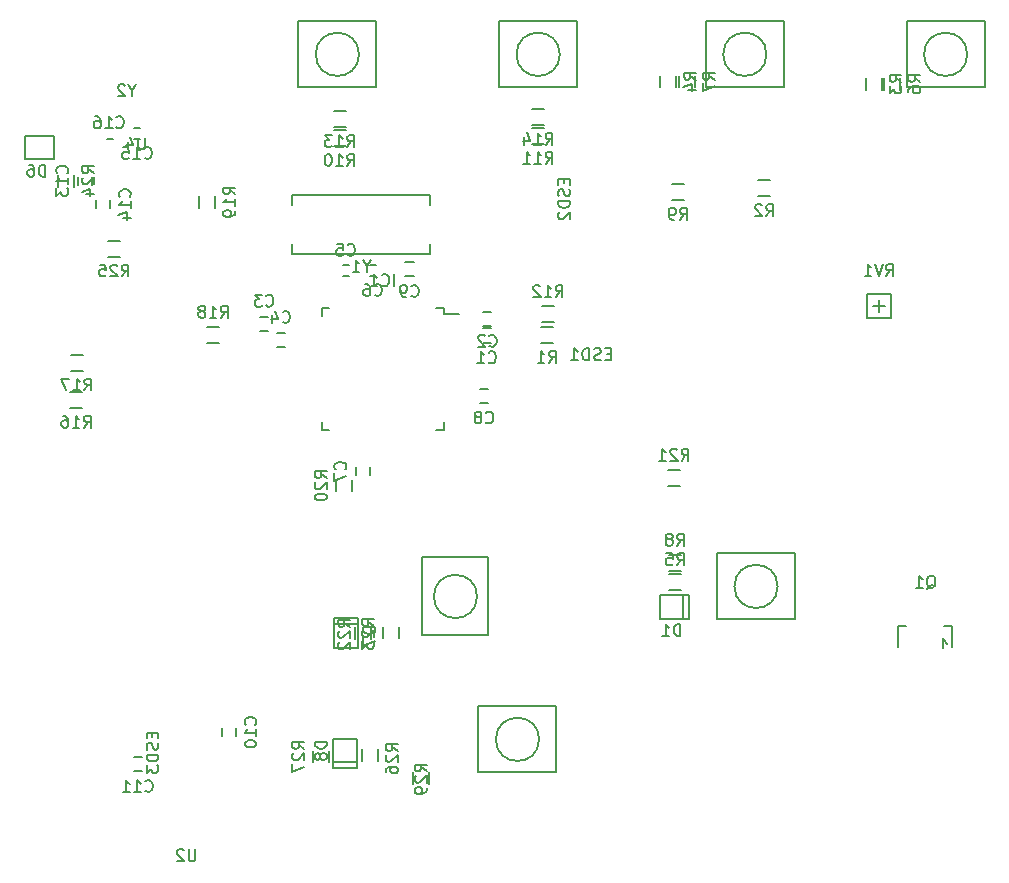
<source format=gbo>
G04 #@! TF.FileFunction,Legend,Bot*
%FSLAX46Y46*%
G04 Gerber Fmt 4.6, Leading zero omitted, Abs format (unit mm)*
G04 Created by KiCad (PCBNEW 4.0.4+dfsg1-stable) date Sat Feb  4 21:27:44 2017*
%MOMM*%
%LPD*%
G01*
G04 APERTURE LIST*
%ADD10C,0.100000*%
%ADD11C,0.150000*%
G04 APERTURE END LIST*
D10*
D11*
X44011900Y47555100D02*
X44011900Y46980100D01*
X33661900Y47555100D02*
X33661900Y46880100D01*
X33661900Y37205100D02*
X33661900Y37880100D01*
X44011900Y37205100D02*
X44011900Y37880100D01*
X44011900Y47555100D02*
X43336900Y47555100D01*
X44011900Y37205100D02*
X43336900Y37205100D01*
X33661900Y37205100D02*
X34336900Y37205100D01*
X33661900Y47555100D02*
X34336900Y47555100D01*
X44011900Y46980100D02*
X45286900Y46980100D01*
X47300000Y44600000D02*
X48000000Y44600000D01*
X48000000Y45800000D02*
X47300000Y45800000D01*
X47350000Y46000000D02*
X48050000Y46000000D01*
X48050000Y47200000D02*
X47350000Y47200000D01*
X29150000Y46800000D02*
X28450000Y46800000D01*
X28450000Y45600000D02*
X29150000Y45600000D01*
X30550000Y45400000D02*
X29850000Y45400000D01*
X29850000Y44200000D02*
X30550000Y44200000D01*
X35450000Y51175000D02*
X35950000Y51175000D01*
X35950000Y50225000D02*
X35450000Y50225000D01*
X38250000Y50225000D02*
X37750000Y50225000D01*
X37750000Y51175000D02*
X38250000Y51175000D01*
X36600000Y34050000D02*
X36600000Y33350000D01*
X37800000Y33350000D02*
X37800000Y34050000D01*
X47050000Y39500000D02*
X47750000Y39500000D01*
X47750000Y40700000D02*
X47050000Y40700000D01*
X40750000Y50200000D02*
X41450000Y50200000D01*
X41450000Y51400000D02*
X40750000Y51400000D01*
X17750000Y8300000D02*
X18450000Y8300000D01*
X18450000Y9500000D02*
X17750000Y9500000D01*
X13050000Y58650000D02*
X13050000Y57950000D01*
X14250000Y57950000D02*
X14250000Y58650000D01*
X15750000Y55950000D02*
X15750000Y56650000D01*
X14550000Y56650000D02*
X14550000Y55950000D01*
X18300000Y61825000D02*
X17800000Y61825000D01*
X17800000Y62775000D02*
X18300000Y62775000D01*
X15500000Y62775000D02*
X16000000Y62775000D01*
X16000000Y61825000D02*
X15500000Y61825000D01*
X11050000Y62100000D02*
X11050000Y60100000D01*
X11050000Y60100000D02*
X8550000Y60100000D01*
X8550000Y60100000D02*
X8550000Y62100000D01*
X8550000Y62100000D02*
X11050000Y62100000D01*
X86649920Y19099340D02*
X86401000Y19399060D01*
X86401000Y19399060D02*
X86299400Y19548920D01*
X86299400Y19548920D02*
X86299400Y18700560D01*
X87000440Y20600480D02*
X87000440Y18799620D01*
X87000440Y20600480D02*
X86350200Y20600480D01*
X82499560Y20600480D02*
X82499560Y18799620D01*
X82499560Y20600480D02*
X83149800Y20600480D01*
X53250000Y45925000D02*
X52250000Y45925000D01*
X52250000Y44575000D02*
X53250000Y44575000D01*
X71650000Y58325000D02*
X70650000Y58325000D01*
X70650000Y56975000D02*
X71650000Y56975000D01*
X79725000Y67000000D02*
X79725000Y66000000D01*
X81075000Y66000000D02*
X81075000Y67000000D01*
X62325000Y67200000D02*
X62325000Y66200000D01*
X63675000Y66200000D02*
X63675000Y67200000D01*
X63100000Y23625000D02*
X64100000Y23625000D01*
X64100000Y24975000D02*
X63100000Y24975000D01*
X81325000Y67000000D02*
X81325000Y66000000D01*
X82675000Y66000000D02*
X82675000Y67000000D01*
X63925000Y67200000D02*
X63925000Y66200000D01*
X65275000Y66200000D02*
X65275000Y67200000D01*
X63100000Y25275000D02*
X64100000Y25275000D01*
X64100000Y26625000D02*
X63100000Y26625000D01*
X64350000Y58025000D02*
X63350000Y58025000D01*
X63350000Y56675000D02*
X64350000Y56675000D01*
X35700000Y62575000D02*
X34700000Y62575000D01*
X34700000Y61225000D02*
X35700000Y61225000D01*
X52500000Y62775000D02*
X51500000Y62775000D01*
X51500000Y61425000D02*
X52500000Y61425000D01*
X52350000Y46325000D02*
X53350000Y46325000D01*
X53350000Y47675000D02*
X52350000Y47675000D01*
X35700000Y64175000D02*
X34700000Y64175000D01*
X34700000Y62825000D02*
X35700000Y62825000D01*
X52500000Y64375000D02*
X51500000Y64375000D01*
X51500000Y63025000D02*
X52500000Y63025000D01*
X13400000Y40425000D02*
X12400000Y40425000D01*
X12400000Y39075000D02*
X13400000Y39075000D01*
X13450000Y43575000D02*
X12450000Y43575000D01*
X12450000Y42225000D02*
X13450000Y42225000D01*
X24000000Y44575000D02*
X25000000Y44575000D01*
X25000000Y45925000D02*
X24000000Y45925000D01*
X23325000Y57000000D02*
X23325000Y56000000D01*
X24675000Y56000000D02*
X24675000Y57000000D01*
X36225000Y32000000D02*
X36225000Y33000000D01*
X34875000Y33000000D02*
X34875000Y32000000D01*
X63000000Y32475000D02*
X64000000Y32475000D01*
X64000000Y33825000D02*
X63000000Y33825000D01*
X37875000Y19500000D02*
X37875000Y20500000D01*
X36525000Y20500000D02*
X36525000Y19500000D01*
X40225000Y19550000D02*
X40225000Y20550000D01*
X38875000Y20550000D02*
X38875000Y19550000D01*
X11375000Y58800000D02*
X11375000Y57800000D01*
X12725000Y57800000D02*
X12725000Y58800000D01*
X16600000Y53225000D02*
X15600000Y53225000D01*
X15600000Y51875000D02*
X16600000Y51875000D01*
X37075000Y10150000D02*
X37075000Y9150000D01*
X38425000Y9150000D02*
X38425000Y10150000D01*
X34325000Y9050000D02*
X34325000Y10050000D01*
X32975000Y10050000D02*
X32975000Y9050000D01*
X80350000Y47700000D02*
X81350000Y47700000D01*
X80850000Y47200000D02*
X80850000Y48200000D01*
X79850000Y46700000D02*
X79850000Y48700000D01*
X79850000Y48700000D02*
X81850000Y48700000D01*
X81850000Y48700000D02*
X81850000Y46700000D01*
X81850000Y46700000D02*
X79850000Y46700000D01*
X88331620Y69000000D02*
G75*
G03X88331620Y69000000I-1831620J0D01*
G01*
X89802000Y66206000D02*
X89802000Y71794000D01*
X89802000Y71794000D02*
X83198000Y71794000D01*
X83198000Y71794000D02*
X83198000Y66206000D01*
X83198000Y66206000D02*
X89802000Y66206000D01*
X71331620Y69000000D02*
G75*
G03X71331620Y69000000I-1831620J0D01*
G01*
X72802000Y66206000D02*
X72802000Y71794000D01*
X72802000Y71794000D02*
X66198000Y71794000D01*
X66198000Y71794000D02*
X66198000Y66206000D01*
X66198000Y66206000D02*
X72802000Y66206000D01*
X72281620Y23950000D02*
G75*
G03X72281620Y23950000I-1831620J0D01*
G01*
X67148000Y26744000D02*
X67148000Y21156000D01*
X67148000Y21156000D02*
X73752000Y21156000D01*
X73752000Y21156000D02*
X73752000Y26744000D01*
X73752000Y26744000D02*
X67148000Y26744000D01*
X36831620Y69000000D02*
G75*
G03X36831620Y69000000I-1831620J0D01*
G01*
X38302000Y66206000D02*
X38302000Y71794000D01*
X38302000Y71794000D02*
X31698000Y71794000D01*
X31698000Y71794000D02*
X31698000Y66206000D01*
X31698000Y66206000D02*
X38302000Y66206000D01*
X53831620Y69000000D02*
G75*
G03X53831620Y69000000I-1831620J0D01*
G01*
X55302000Y66206000D02*
X55302000Y71794000D01*
X55302000Y71794000D02*
X48698000Y71794000D01*
X48698000Y71794000D02*
X48698000Y66206000D01*
X48698000Y66206000D02*
X55302000Y66206000D01*
X46831620Y23100000D02*
G75*
G03X46831620Y23100000I-1831620J0D01*
G01*
X42206000Y19798000D02*
X47794000Y19798000D01*
X47794000Y19798000D02*
X47794000Y26402000D01*
X47794000Y26402000D02*
X42206000Y26402000D01*
X42206000Y26402000D02*
X42206000Y19798000D01*
X52081620Y11000000D02*
G75*
G03X52081620Y11000000I-1831620J0D01*
G01*
X53552000Y8206000D02*
X53552000Y13794000D01*
X53552000Y13794000D02*
X46948000Y13794000D01*
X46948000Y13794000D02*
X46948000Y8206000D01*
X46948000Y8206000D02*
X53552000Y8206000D01*
X31150380Y57099360D02*
X42849620Y57099360D01*
X42849620Y52100640D02*
X31150380Y52100640D01*
X42849620Y57099360D02*
X42849620Y56251000D01*
X42849620Y52100640D02*
X42849620Y52949000D01*
X31150380Y57099360D02*
X31150380Y56251000D01*
X31150380Y52100640D02*
X31150380Y52949000D01*
X26400000Y11250000D02*
X26400000Y11950000D01*
X25200000Y11950000D02*
X25200000Y11250000D01*
X64300000Y23200000D02*
X64300000Y21200000D01*
X64800000Y23200000D02*
X64800000Y21200000D01*
X64800000Y21200000D02*
X62300000Y21200000D01*
X62300000Y21200000D02*
X62300000Y23200000D01*
X62300000Y23200000D02*
X64800000Y23200000D01*
X34750000Y20750000D02*
X36750000Y20750000D01*
X34750000Y21250000D02*
X36750000Y21250000D01*
X36750000Y21250000D02*
X36750000Y18750000D01*
X36750000Y18750000D02*
X34750000Y18750000D01*
X34750000Y18750000D02*
X34750000Y21250000D01*
X36650000Y9050000D02*
X34650000Y9050000D01*
X36650000Y8550000D02*
X34650000Y8550000D01*
X34650000Y8550000D02*
X34650000Y11050000D01*
X34650000Y11050000D02*
X36650000Y11050000D01*
X36650000Y11050000D02*
X36650000Y8550000D01*
X42775000Y7250000D02*
X42775000Y8250000D01*
X41425000Y8250000D02*
X41425000Y7250000D01*
X39813090Y49377719D02*
X39813090Y50377719D01*
X38765471Y49472957D02*
X38813090Y49425338D01*
X38955947Y49377719D01*
X39051185Y49377719D01*
X39194043Y49425338D01*
X39289281Y49520576D01*
X39336900Y49615814D01*
X39384519Y49806290D01*
X39384519Y49949148D01*
X39336900Y50139624D01*
X39289281Y50234862D01*
X39194043Y50330100D01*
X39051185Y50377719D01*
X38955947Y50377719D01*
X38813090Y50330100D01*
X38765471Y50282481D01*
X37813090Y49377719D02*
X38384519Y49377719D01*
X38098805Y49377719D02*
X38098805Y50377719D01*
X38194043Y50234862D01*
X38289281Y50139624D01*
X38384519Y50092005D01*
X47816666Y42942857D02*
X47864285Y42895238D01*
X48007142Y42847619D01*
X48102380Y42847619D01*
X48245238Y42895238D01*
X48340476Y42990476D01*
X48388095Y43085714D01*
X48435714Y43276190D01*
X48435714Y43419048D01*
X48388095Y43609524D01*
X48340476Y43704762D01*
X48245238Y43800000D01*
X48102380Y43847619D01*
X48007142Y43847619D01*
X47864285Y43800000D01*
X47816666Y43752381D01*
X46864285Y42847619D02*
X47435714Y42847619D01*
X47150000Y42847619D02*
X47150000Y43847619D01*
X47245238Y43704762D01*
X47340476Y43609524D01*
X47435714Y43561905D01*
X47866666Y44342857D02*
X47914285Y44295238D01*
X48057142Y44247619D01*
X48152380Y44247619D01*
X48295238Y44295238D01*
X48390476Y44390476D01*
X48438095Y44485714D01*
X48485714Y44676190D01*
X48485714Y44819048D01*
X48438095Y45009524D01*
X48390476Y45104762D01*
X48295238Y45200000D01*
X48152380Y45247619D01*
X48057142Y45247619D01*
X47914285Y45200000D01*
X47866666Y45152381D01*
X47485714Y45152381D02*
X47438095Y45200000D01*
X47342857Y45247619D01*
X47104761Y45247619D01*
X47009523Y45200000D01*
X46961904Y45152381D01*
X46914285Y45057143D01*
X46914285Y44961905D01*
X46961904Y44819048D01*
X47533333Y44247619D01*
X46914285Y44247619D01*
X28966666Y47742857D02*
X29014285Y47695238D01*
X29157142Y47647619D01*
X29252380Y47647619D01*
X29395238Y47695238D01*
X29490476Y47790476D01*
X29538095Y47885714D01*
X29585714Y48076190D01*
X29585714Y48219048D01*
X29538095Y48409524D01*
X29490476Y48504762D01*
X29395238Y48600000D01*
X29252380Y48647619D01*
X29157142Y48647619D01*
X29014285Y48600000D01*
X28966666Y48552381D01*
X28633333Y48647619D02*
X28014285Y48647619D01*
X28347619Y48266667D01*
X28204761Y48266667D01*
X28109523Y48219048D01*
X28061904Y48171429D01*
X28014285Y48076190D01*
X28014285Y47838095D01*
X28061904Y47742857D01*
X28109523Y47695238D01*
X28204761Y47647619D01*
X28490476Y47647619D01*
X28585714Y47695238D01*
X28633333Y47742857D01*
X30366666Y46342857D02*
X30414285Y46295238D01*
X30557142Y46247619D01*
X30652380Y46247619D01*
X30795238Y46295238D01*
X30890476Y46390476D01*
X30938095Y46485714D01*
X30985714Y46676190D01*
X30985714Y46819048D01*
X30938095Y47009524D01*
X30890476Y47104762D01*
X30795238Y47200000D01*
X30652380Y47247619D01*
X30557142Y47247619D01*
X30414285Y47200000D01*
X30366666Y47152381D01*
X29509523Y46914286D02*
X29509523Y46247619D01*
X29747619Y47295238D02*
X29985714Y46580952D01*
X29366666Y46580952D01*
X35866666Y52042857D02*
X35914285Y51995238D01*
X36057142Y51947619D01*
X36152380Y51947619D01*
X36295238Y51995238D01*
X36390476Y52090476D01*
X36438095Y52185714D01*
X36485714Y52376190D01*
X36485714Y52519048D01*
X36438095Y52709524D01*
X36390476Y52804762D01*
X36295238Y52900000D01*
X36152380Y52947619D01*
X36057142Y52947619D01*
X35914285Y52900000D01*
X35866666Y52852381D01*
X34961904Y52947619D02*
X35438095Y52947619D01*
X35485714Y52471429D01*
X35438095Y52519048D01*
X35342857Y52566667D01*
X35104761Y52566667D01*
X35009523Y52519048D01*
X34961904Y52471429D01*
X34914285Y52376190D01*
X34914285Y52138095D01*
X34961904Y52042857D01*
X35009523Y51995238D01*
X35104761Y51947619D01*
X35342857Y51947619D01*
X35438095Y51995238D01*
X35485714Y52042857D01*
X38166666Y48642857D02*
X38214285Y48595238D01*
X38357142Y48547619D01*
X38452380Y48547619D01*
X38595238Y48595238D01*
X38690476Y48690476D01*
X38738095Y48785714D01*
X38785714Y48976190D01*
X38785714Y49119048D01*
X38738095Y49309524D01*
X38690476Y49404762D01*
X38595238Y49500000D01*
X38452380Y49547619D01*
X38357142Y49547619D01*
X38214285Y49500000D01*
X38166666Y49452381D01*
X37309523Y49547619D02*
X37500000Y49547619D01*
X37595238Y49500000D01*
X37642857Y49452381D01*
X37738095Y49309524D01*
X37785714Y49119048D01*
X37785714Y48738095D01*
X37738095Y48642857D01*
X37690476Y48595238D01*
X37595238Y48547619D01*
X37404761Y48547619D01*
X37309523Y48595238D01*
X37261904Y48642857D01*
X37214285Y48738095D01*
X37214285Y48976190D01*
X37261904Y49071429D01*
X37309523Y49119048D01*
X37404761Y49166667D01*
X37595238Y49166667D01*
X37690476Y49119048D01*
X37738095Y49071429D01*
X37785714Y48976190D01*
X35657143Y33866666D02*
X35704762Y33914285D01*
X35752381Y34057142D01*
X35752381Y34152380D01*
X35704762Y34295238D01*
X35609524Y34390476D01*
X35514286Y34438095D01*
X35323810Y34485714D01*
X35180952Y34485714D01*
X34990476Y34438095D01*
X34895238Y34390476D01*
X34800000Y34295238D01*
X34752381Y34152380D01*
X34752381Y34057142D01*
X34800000Y33914285D01*
X34847619Y33866666D01*
X34752381Y33533333D02*
X34752381Y32866666D01*
X35752381Y33295238D01*
X47566666Y37842857D02*
X47614285Y37795238D01*
X47757142Y37747619D01*
X47852380Y37747619D01*
X47995238Y37795238D01*
X48090476Y37890476D01*
X48138095Y37985714D01*
X48185714Y38176190D01*
X48185714Y38319048D01*
X48138095Y38509524D01*
X48090476Y38604762D01*
X47995238Y38700000D01*
X47852380Y38747619D01*
X47757142Y38747619D01*
X47614285Y38700000D01*
X47566666Y38652381D01*
X46995238Y38319048D02*
X47090476Y38366667D01*
X47138095Y38414286D01*
X47185714Y38509524D01*
X47185714Y38557143D01*
X47138095Y38652381D01*
X47090476Y38700000D01*
X46995238Y38747619D01*
X46804761Y38747619D01*
X46709523Y38700000D01*
X46661904Y38652381D01*
X46614285Y38557143D01*
X46614285Y38509524D01*
X46661904Y38414286D01*
X46709523Y38366667D01*
X46804761Y38319048D01*
X46995238Y38319048D01*
X47090476Y38271429D01*
X47138095Y38223810D01*
X47185714Y38128571D01*
X47185714Y37938095D01*
X47138095Y37842857D01*
X47090476Y37795238D01*
X46995238Y37747619D01*
X46804761Y37747619D01*
X46709523Y37795238D01*
X46661904Y37842857D01*
X46614285Y37938095D01*
X46614285Y38128571D01*
X46661904Y38223810D01*
X46709523Y38271429D01*
X46804761Y38319048D01*
X41266666Y48542857D02*
X41314285Y48495238D01*
X41457142Y48447619D01*
X41552380Y48447619D01*
X41695238Y48495238D01*
X41790476Y48590476D01*
X41838095Y48685714D01*
X41885714Y48876190D01*
X41885714Y49019048D01*
X41838095Y49209524D01*
X41790476Y49304762D01*
X41695238Y49400000D01*
X41552380Y49447619D01*
X41457142Y49447619D01*
X41314285Y49400000D01*
X41266666Y49352381D01*
X40790476Y48447619D02*
X40600000Y48447619D01*
X40504761Y48495238D01*
X40457142Y48542857D01*
X40361904Y48685714D01*
X40314285Y48876190D01*
X40314285Y49257143D01*
X40361904Y49352381D01*
X40409523Y49400000D01*
X40504761Y49447619D01*
X40695238Y49447619D01*
X40790476Y49400000D01*
X40838095Y49352381D01*
X40885714Y49257143D01*
X40885714Y49019048D01*
X40838095Y48923810D01*
X40790476Y48876190D01*
X40695238Y48828571D01*
X40504761Y48828571D01*
X40409523Y48876190D01*
X40361904Y48923810D01*
X40314285Y49019048D01*
X18742857Y6642857D02*
X18790476Y6595238D01*
X18933333Y6547619D01*
X19028571Y6547619D01*
X19171429Y6595238D01*
X19266667Y6690476D01*
X19314286Y6785714D01*
X19361905Y6976190D01*
X19361905Y7119048D01*
X19314286Y7309524D01*
X19266667Y7404762D01*
X19171429Y7500000D01*
X19028571Y7547619D01*
X18933333Y7547619D01*
X18790476Y7500000D01*
X18742857Y7452381D01*
X17790476Y6547619D02*
X18361905Y6547619D01*
X18076191Y6547619D02*
X18076191Y7547619D01*
X18171429Y7404762D01*
X18266667Y7309524D01*
X18361905Y7261905D01*
X16838095Y6547619D02*
X17409524Y6547619D01*
X17123810Y6547619D02*
X17123810Y7547619D01*
X17219048Y7404762D01*
X17314286Y7309524D01*
X17409524Y7261905D01*
X12107143Y58942857D02*
X12154762Y58990476D01*
X12202381Y59133333D01*
X12202381Y59228571D01*
X12154762Y59371429D01*
X12059524Y59466667D01*
X11964286Y59514286D01*
X11773810Y59561905D01*
X11630952Y59561905D01*
X11440476Y59514286D01*
X11345238Y59466667D01*
X11250000Y59371429D01*
X11202381Y59228571D01*
X11202381Y59133333D01*
X11250000Y58990476D01*
X11297619Y58942857D01*
X12202381Y57990476D02*
X12202381Y58561905D01*
X12202381Y58276191D02*
X11202381Y58276191D01*
X11345238Y58371429D01*
X11440476Y58466667D01*
X11488095Y58561905D01*
X11202381Y57657143D02*
X11202381Y57038095D01*
X11583333Y57371429D01*
X11583333Y57228571D01*
X11630952Y57133333D01*
X11678571Y57085714D01*
X11773810Y57038095D01*
X12011905Y57038095D01*
X12107143Y57085714D01*
X12154762Y57133333D01*
X12202381Y57228571D01*
X12202381Y57514286D01*
X12154762Y57609524D01*
X12107143Y57657143D01*
X17407143Y56942857D02*
X17454762Y56990476D01*
X17502381Y57133333D01*
X17502381Y57228571D01*
X17454762Y57371429D01*
X17359524Y57466667D01*
X17264286Y57514286D01*
X17073810Y57561905D01*
X16930952Y57561905D01*
X16740476Y57514286D01*
X16645238Y57466667D01*
X16550000Y57371429D01*
X16502381Y57228571D01*
X16502381Y57133333D01*
X16550000Y56990476D01*
X16597619Y56942857D01*
X17502381Y55990476D02*
X17502381Y56561905D01*
X17502381Y56276191D02*
X16502381Y56276191D01*
X16645238Y56371429D01*
X16740476Y56466667D01*
X16788095Y56561905D01*
X16835714Y55133333D02*
X17502381Y55133333D01*
X16454762Y55371429D02*
X17169048Y55609524D01*
X17169048Y54990476D01*
X18692857Y60242857D02*
X18740476Y60195238D01*
X18883333Y60147619D01*
X18978571Y60147619D01*
X19121429Y60195238D01*
X19216667Y60290476D01*
X19264286Y60385714D01*
X19311905Y60576190D01*
X19311905Y60719048D01*
X19264286Y60909524D01*
X19216667Y61004762D01*
X19121429Y61100000D01*
X18978571Y61147619D01*
X18883333Y61147619D01*
X18740476Y61100000D01*
X18692857Y61052381D01*
X17740476Y60147619D02*
X18311905Y60147619D01*
X18026191Y60147619D02*
X18026191Y61147619D01*
X18121429Y61004762D01*
X18216667Y60909524D01*
X18311905Y60861905D01*
X16835714Y61147619D02*
X17311905Y61147619D01*
X17359524Y60671429D01*
X17311905Y60719048D01*
X17216667Y60766667D01*
X16978571Y60766667D01*
X16883333Y60719048D01*
X16835714Y60671429D01*
X16788095Y60576190D01*
X16788095Y60338095D01*
X16835714Y60242857D01*
X16883333Y60195238D01*
X16978571Y60147619D01*
X17216667Y60147619D01*
X17311905Y60195238D01*
X17359524Y60242857D01*
X16292857Y62842857D02*
X16340476Y62795238D01*
X16483333Y62747619D01*
X16578571Y62747619D01*
X16721429Y62795238D01*
X16816667Y62890476D01*
X16864286Y62985714D01*
X16911905Y63176190D01*
X16911905Y63319048D01*
X16864286Y63509524D01*
X16816667Y63604762D01*
X16721429Y63700000D01*
X16578571Y63747619D01*
X16483333Y63747619D01*
X16340476Y63700000D01*
X16292857Y63652381D01*
X15340476Y62747619D02*
X15911905Y62747619D01*
X15626191Y62747619D02*
X15626191Y63747619D01*
X15721429Y63604762D01*
X15816667Y63509524D01*
X15911905Y63461905D01*
X14483333Y63747619D02*
X14673810Y63747619D01*
X14769048Y63700000D01*
X14816667Y63652381D01*
X14911905Y63509524D01*
X14959524Y63319048D01*
X14959524Y62938095D01*
X14911905Y62842857D01*
X14864286Y62795238D01*
X14769048Y62747619D01*
X14578571Y62747619D01*
X14483333Y62795238D01*
X14435714Y62842857D01*
X14388095Y62938095D01*
X14388095Y63176190D01*
X14435714Y63271429D01*
X14483333Y63319048D01*
X14578571Y63366667D01*
X14769048Y63366667D01*
X14864286Y63319048D01*
X14911905Y63271429D01*
X14959524Y63176190D01*
X10288095Y58647619D02*
X10288095Y59647619D01*
X10050000Y59647619D01*
X9907142Y59600000D01*
X9811904Y59504762D01*
X9764285Y59409524D01*
X9716666Y59219048D01*
X9716666Y59076190D01*
X9764285Y58885714D01*
X9811904Y58790476D01*
X9907142Y58695238D01*
X10050000Y58647619D01*
X10288095Y58647619D01*
X8859523Y59647619D02*
X9050000Y59647619D01*
X9145238Y59600000D01*
X9192857Y59552381D01*
X9288095Y59409524D01*
X9335714Y59219048D01*
X9335714Y58838095D01*
X9288095Y58742857D01*
X9240476Y58695238D01*
X9145238Y58647619D01*
X8954761Y58647619D01*
X8859523Y58695238D01*
X8811904Y58742857D01*
X8764285Y58838095D01*
X8764285Y59076190D01*
X8811904Y59171429D01*
X8859523Y59219048D01*
X8954761Y59266667D01*
X9145238Y59266667D01*
X9240476Y59219048D01*
X9288095Y59171429D01*
X9335714Y59076190D01*
X58166667Y43621429D02*
X57833333Y43621429D01*
X57690476Y43097619D02*
X58166667Y43097619D01*
X58166667Y44097619D01*
X57690476Y44097619D01*
X57309524Y43145238D02*
X57166667Y43097619D01*
X56928571Y43097619D01*
X56833333Y43145238D01*
X56785714Y43192857D01*
X56738095Y43288095D01*
X56738095Y43383333D01*
X56785714Y43478571D01*
X56833333Y43526190D01*
X56928571Y43573810D01*
X57119048Y43621429D01*
X57214286Y43669048D01*
X57261905Y43716667D01*
X57309524Y43811905D01*
X57309524Y43907143D01*
X57261905Y44002381D01*
X57214286Y44050000D01*
X57119048Y44097619D01*
X56880952Y44097619D01*
X56738095Y44050000D01*
X56309524Y43097619D02*
X56309524Y44097619D01*
X56071429Y44097619D01*
X55928571Y44050000D01*
X55833333Y43954762D01*
X55785714Y43859524D01*
X55738095Y43669048D01*
X55738095Y43526190D01*
X55785714Y43335714D01*
X55833333Y43240476D01*
X55928571Y43145238D01*
X56071429Y43097619D01*
X56309524Y43097619D01*
X54785714Y43097619D02*
X55357143Y43097619D01*
X55071429Y43097619D02*
X55071429Y44097619D01*
X55166667Y43954762D01*
X55261905Y43859524D01*
X55357143Y43811905D01*
X54178571Y58416667D02*
X54178571Y58083333D01*
X54702381Y57940476D02*
X54702381Y58416667D01*
X53702381Y58416667D01*
X53702381Y57940476D01*
X54654762Y57559524D02*
X54702381Y57416667D01*
X54702381Y57178571D01*
X54654762Y57083333D01*
X54607143Y57035714D01*
X54511905Y56988095D01*
X54416667Y56988095D01*
X54321429Y57035714D01*
X54273810Y57083333D01*
X54226190Y57178571D01*
X54178571Y57369048D01*
X54130952Y57464286D01*
X54083333Y57511905D01*
X53988095Y57559524D01*
X53892857Y57559524D01*
X53797619Y57511905D01*
X53750000Y57464286D01*
X53702381Y57369048D01*
X53702381Y57130952D01*
X53750000Y56988095D01*
X54702381Y56559524D02*
X53702381Y56559524D01*
X53702381Y56321429D01*
X53750000Y56178571D01*
X53845238Y56083333D01*
X53940476Y56035714D01*
X54130952Y55988095D01*
X54273810Y55988095D01*
X54464286Y56035714D01*
X54559524Y56083333D01*
X54654762Y56178571D01*
X54702381Y56321429D01*
X54702381Y56559524D01*
X53797619Y55607143D02*
X53750000Y55559524D01*
X53702381Y55464286D01*
X53702381Y55226190D01*
X53750000Y55130952D01*
X53797619Y55083333D01*
X53892857Y55035714D01*
X53988095Y55035714D01*
X54130952Y55083333D01*
X54702381Y55654762D01*
X54702381Y55035714D01*
X19328571Y11566667D02*
X19328571Y11233333D01*
X19852381Y11090476D02*
X19852381Y11566667D01*
X18852381Y11566667D01*
X18852381Y11090476D01*
X19804762Y10709524D02*
X19852381Y10566667D01*
X19852381Y10328571D01*
X19804762Y10233333D01*
X19757143Y10185714D01*
X19661905Y10138095D01*
X19566667Y10138095D01*
X19471429Y10185714D01*
X19423810Y10233333D01*
X19376190Y10328571D01*
X19328571Y10519048D01*
X19280952Y10614286D01*
X19233333Y10661905D01*
X19138095Y10709524D01*
X19042857Y10709524D01*
X18947619Y10661905D01*
X18900000Y10614286D01*
X18852381Y10519048D01*
X18852381Y10280952D01*
X18900000Y10138095D01*
X19852381Y9709524D02*
X18852381Y9709524D01*
X18852381Y9471429D01*
X18900000Y9328571D01*
X18995238Y9233333D01*
X19090476Y9185714D01*
X19280952Y9138095D01*
X19423810Y9138095D01*
X19614286Y9185714D01*
X19709524Y9233333D01*
X19804762Y9328571D01*
X19852381Y9471429D01*
X19852381Y9709524D01*
X18852381Y8804762D02*
X18852381Y8185714D01*
X19233333Y8519048D01*
X19233333Y8376190D01*
X19280952Y8280952D01*
X19328571Y8233333D01*
X19423810Y8185714D01*
X19661905Y8185714D01*
X19757143Y8233333D01*
X19804762Y8280952D01*
X19852381Y8376190D01*
X19852381Y8661905D01*
X19804762Y8757143D01*
X19757143Y8804762D01*
X84896038Y23753641D02*
X84991276Y23801260D01*
X85086514Y23896498D01*
X85229371Y24039355D01*
X85324610Y24086974D01*
X85419848Y24086974D01*
X85372229Y23848879D02*
X85467467Y23896498D01*
X85562705Y23991736D01*
X85610324Y24182212D01*
X85610324Y24515546D01*
X85562705Y24706022D01*
X85467467Y24801260D01*
X85372229Y24848879D01*
X85181752Y24848879D01*
X85086514Y24801260D01*
X84991276Y24706022D01*
X84943657Y24515546D01*
X84943657Y24182212D01*
X84991276Y23991736D01*
X85086514Y23896498D01*
X85181752Y23848879D01*
X85372229Y23848879D01*
X83991276Y23848879D02*
X84562705Y23848879D01*
X84276991Y23848879D02*
X84276991Y24848879D01*
X84372229Y24706022D01*
X84467467Y24610784D01*
X84562705Y24563165D01*
X52916666Y42897619D02*
X53250000Y43373810D01*
X53488095Y42897619D02*
X53488095Y43897619D01*
X53107142Y43897619D01*
X53011904Y43850000D01*
X52964285Y43802381D01*
X52916666Y43707143D01*
X52916666Y43564286D01*
X52964285Y43469048D01*
X53011904Y43421429D01*
X53107142Y43373810D01*
X53488095Y43373810D01*
X51964285Y42897619D02*
X52535714Y42897619D01*
X52250000Y42897619D02*
X52250000Y43897619D01*
X52345238Y43754762D01*
X52440476Y43659524D01*
X52535714Y43611905D01*
X71316666Y55297619D02*
X71650000Y55773810D01*
X71888095Y55297619D02*
X71888095Y56297619D01*
X71507142Y56297619D01*
X71411904Y56250000D01*
X71364285Y56202381D01*
X71316666Y56107143D01*
X71316666Y55964286D01*
X71364285Y55869048D01*
X71411904Y55821429D01*
X71507142Y55773810D01*
X71888095Y55773810D01*
X70935714Y56202381D02*
X70888095Y56250000D01*
X70792857Y56297619D01*
X70554761Y56297619D01*
X70459523Y56250000D01*
X70411904Y56202381D01*
X70364285Y56107143D01*
X70364285Y56011905D01*
X70411904Y55869048D01*
X70983333Y55297619D01*
X70364285Y55297619D01*
X82752381Y66666666D02*
X82276190Y67000000D01*
X82752381Y67238095D02*
X81752381Y67238095D01*
X81752381Y66857142D01*
X81800000Y66761904D01*
X81847619Y66714285D01*
X81942857Y66666666D01*
X82085714Y66666666D01*
X82180952Y66714285D01*
X82228571Y66761904D01*
X82276190Y66857142D01*
X82276190Y67238095D01*
X81752381Y66333333D02*
X81752381Y65714285D01*
X82133333Y66047619D01*
X82133333Y65904761D01*
X82180952Y65809523D01*
X82228571Y65761904D01*
X82323810Y65714285D01*
X82561905Y65714285D01*
X82657143Y65761904D01*
X82704762Y65809523D01*
X82752381Y65904761D01*
X82752381Y66190476D01*
X82704762Y66285714D01*
X82657143Y66333333D01*
X65352381Y66866666D02*
X64876190Y67200000D01*
X65352381Y67438095D02*
X64352381Y67438095D01*
X64352381Y67057142D01*
X64400000Y66961904D01*
X64447619Y66914285D01*
X64542857Y66866666D01*
X64685714Y66866666D01*
X64780952Y66914285D01*
X64828571Y66961904D01*
X64876190Y67057142D01*
X64876190Y67438095D01*
X64685714Y66009523D02*
X65352381Y66009523D01*
X64304762Y66247619D02*
X65019048Y66485714D01*
X65019048Y65866666D01*
X63766666Y25747619D02*
X64100000Y26223810D01*
X64338095Y25747619D02*
X64338095Y26747619D01*
X63957142Y26747619D01*
X63861904Y26700000D01*
X63814285Y26652381D01*
X63766666Y26557143D01*
X63766666Y26414286D01*
X63814285Y26319048D01*
X63861904Y26271429D01*
X63957142Y26223810D01*
X64338095Y26223810D01*
X62861904Y26747619D02*
X63338095Y26747619D01*
X63385714Y26271429D01*
X63338095Y26319048D01*
X63242857Y26366667D01*
X63004761Y26366667D01*
X62909523Y26319048D01*
X62861904Y26271429D01*
X62814285Y26176190D01*
X62814285Y25938095D01*
X62861904Y25842857D01*
X62909523Y25795238D01*
X63004761Y25747619D01*
X63242857Y25747619D01*
X63338095Y25795238D01*
X63385714Y25842857D01*
X84352381Y66666666D02*
X83876190Y67000000D01*
X84352381Y67238095D02*
X83352381Y67238095D01*
X83352381Y66857142D01*
X83400000Y66761904D01*
X83447619Y66714285D01*
X83542857Y66666666D01*
X83685714Y66666666D01*
X83780952Y66714285D01*
X83828571Y66761904D01*
X83876190Y66857142D01*
X83876190Y67238095D01*
X83352381Y65809523D02*
X83352381Y66000000D01*
X83400000Y66095238D01*
X83447619Y66142857D01*
X83590476Y66238095D01*
X83780952Y66285714D01*
X84161905Y66285714D01*
X84257143Y66238095D01*
X84304762Y66190476D01*
X84352381Y66095238D01*
X84352381Y65904761D01*
X84304762Y65809523D01*
X84257143Y65761904D01*
X84161905Y65714285D01*
X83923810Y65714285D01*
X83828571Y65761904D01*
X83780952Y65809523D01*
X83733333Y65904761D01*
X83733333Y66095238D01*
X83780952Y66190476D01*
X83828571Y66238095D01*
X83923810Y66285714D01*
X66952381Y66866666D02*
X66476190Y67200000D01*
X66952381Y67438095D02*
X65952381Y67438095D01*
X65952381Y67057142D01*
X66000000Y66961904D01*
X66047619Y66914285D01*
X66142857Y66866666D01*
X66285714Y66866666D01*
X66380952Y66914285D01*
X66428571Y66961904D01*
X66476190Y67057142D01*
X66476190Y67438095D01*
X65952381Y66533333D02*
X65952381Y65866666D01*
X66952381Y66295238D01*
X63766666Y27397619D02*
X64100000Y27873810D01*
X64338095Y27397619D02*
X64338095Y28397619D01*
X63957142Y28397619D01*
X63861904Y28350000D01*
X63814285Y28302381D01*
X63766666Y28207143D01*
X63766666Y28064286D01*
X63814285Y27969048D01*
X63861904Y27921429D01*
X63957142Y27873810D01*
X64338095Y27873810D01*
X63195238Y27969048D02*
X63290476Y28016667D01*
X63338095Y28064286D01*
X63385714Y28159524D01*
X63385714Y28207143D01*
X63338095Y28302381D01*
X63290476Y28350000D01*
X63195238Y28397619D01*
X63004761Y28397619D01*
X62909523Y28350000D01*
X62861904Y28302381D01*
X62814285Y28207143D01*
X62814285Y28159524D01*
X62861904Y28064286D01*
X62909523Y28016667D01*
X63004761Y27969048D01*
X63195238Y27969048D01*
X63290476Y27921429D01*
X63338095Y27873810D01*
X63385714Y27778571D01*
X63385714Y27588095D01*
X63338095Y27492857D01*
X63290476Y27445238D01*
X63195238Y27397619D01*
X63004761Y27397619D01*
X62909523Y27445238D01*
X62861904Y27492857D01*
X62814285Y27588095D01*
X62814285Y27778571D01*
X62861904Y27873810D01*
X62909523Y27921429D01*
X63004761Y27969048D01*
X64016666Y54997619D02*
X64350000Y55473810D01*
X64588095Y54997619D02*
X64588095Y55997619D01*
X64207142Y55997619D01*
X64111904Y55950000D01*
X64064285Y55902381D01*
X64016666Y55807143D01*
X64016666Y55664286D01*
X64064285Y55569048D01*
X64111904Y55521429D01*
X64207142Y55473810D01*
X64588095Y55473810D01*
X63540476Y54997619D02*
X63350000Y54997619D01*
X63254761Y55045238D01*
X63207142Y55092857D01*
X63111904Y55235714D01*
X63064285Y55426190D01*
X63064285Y55807143D01*
X63111904Y55902381D01*
X63159523Y55950000D01*
X63254761Y55997619D01*
X63445238Y55997619D01*
X63540476Y55950000D01*
X63588095Y55902381D01*
X63635714Y55807143D01*
X63635714Y55569048D01*
X63588095Y55473810D01*
X63540476Y55426190D01*
X63445238Y55378571D01*
X63254761Y55378571D01*
X63159523Y55426190D01*
X63111904Y55473810D01*
X63064285Y55569048D01*
X35842857Y59547619D02*
X36176191Y60023810D01*
X36414286Y59547619D02*
X36414286Y60547619D01*
X36033333Y60547619D01*
X35938095Y60500000D01*
X35890476Y60452381D01*
X35842857Y60357143D01*
X35842857Y60214286D01*
X35890476Y60119048D01*
X35938095Y60071429D01*
X36033333Y60023810D01*
X36414286Y60023810D01*
X34890476Y59547619D02*
X35461905Y59547619D01*
X35176191Y59547619D02*
X35176191Y60547619D01*
X35271429Y60404762D01*
X35366667Y60309524D01*
X35461905Y60261905D01*
X34271429Y60547619D02*
X34176190Y60547619D01*
X34080952Y60500000D01*
X34033333Y60452381D01*
X33985714Y60357143D01*
X33938095Y60166667D01*
X33938095Y59928571D01*
X33985714Y59738095D01*
X34033333Y59642857D01*
X34080952Y59595238D01*
X34176190Y59547619D01*
X34271429Y59547619D01*
X34366667Y59595238D01*
X34414286Y59642857D01*
X34461905Y59738095D01*
X34509524Y59928571D01*
X34509524Y60166667D01*
X34461905Y60357143D01*
X34414286Y60452381D01*
X34366667Y60500000D01*
X34271429Y60547619D01*
X52642857Y59747619D02*
X52976191Y60223810D01*
X53214286Y59747619D02*
X53214286Y60747619D01*
X52833333Y60747619D01*
X52738095Y60700000D01*
X52690476Y60652381D01*
X52642857Y60557143D01*
X52642857Y60414286D01*
X52690476Y60319048D01*
X52738095Y60271429D01*
X52833333Y60223810D01*
X53214286Y60223810D01*
X51690476Y59747619D02*
X52261905Y59747619D01*
X51976191Y59747619D02*
X51976191Y60747619D01*
X52071429Y60604762D01*
X52166667Y60509524D01*
X52261905Y60461905D01*
X50738095Y59747619D02*
X51309524Y59747619D01*
X51023810Y59747619D02*
X51023810Y60747619D01*
X51119048Y60604762D01*
X51214286Y60509524D01*
X51309524Y60461905D01*
X53492857Y48447619D02*
X53826191Y48923810D01*
X54064286Y48447619D02*
X54064286Y49447619D01*
X53683333Y49447619D01*
X53588095Y49400000D01*
X53540476Y49352381D01*
X53492857Y49257143D01*
X53492857Y49114286D01*
X53540476Y49019048D01*
X53588095Y48971429D01*
X53683333Y48923810D01*
X54064286Y48923810D01*
X52540476Y48447619D02*
X53111905Y48447619D01*
X52826191Y48447619D02*
X52826191Y49447619D01*
X52921429Y49304762D01*
X53016667Y49209524D01*
X53111905Y49161905D01*
X52159524Y49352381D02*
X52111905Y49400000D01*
X52016667Y49447619D01*
X51778571Y49447619D01*
X51683333Y49400000D01*
X51635714Y49352381D01*
X51588095Y49257143D01*
X51588095Y49161905D01*
X51635714Y49019048D01*
X52207143Y48447619D01*
X51588095Y48447619D01*
X35842857Y61147619D02*
X36176191Y61623810D01*
X36414286Y61147619D02*
X36414286Y62147619D01*
X36033333Y62147619D01*
X35938095Y62100000D01*
X35890476Y62052381D01*
X35842857Y61957143D01*
X35842857Y61814286D01*
X35890476Y61719048D01*
X35938095Y61671429D01*
X36033333Y61623810D01*
X36414286Y61623810D01*
X34890476Y61147619D02*
X35461905Y61147619D01*
X35176191Y61147619D02*
X35176191Y62147619D01*
X35271429Y62004762D01*
X35366667Y61909524D01*
X35461905Y61861905D01*
X34557143Y62147619D02*
X33938095Y62147619D01*
X34271429Y61766667D01*
X34128571Y61766667D01*
X34033333Y61719048D01*
X33985714Y61671429D01*
X33938095Y61576190D01*
X33938095Y61338095D01*
X33985714Y61242857D01*
X34033333Y61195238D01*
X34128571Y61147619D01*
X34414286Y61147619D01*
X34509524Y61195238D01*
X34557143Y61242857D01*
X52642857Y61347619D02*
X52976191Y61823810D01*
X53214286Y61347619D02*
X53214286Y62347619D01*
X52833333Y62347619D01*
X52738095Y62300000D01*
X52690476Y62252381D01*
X52642857Y62157143D01*
X52642857Y62014286D01*
X52690476Y61919048D01*
X52738095Y61871429D01*
X52833333Y61823810D01*
X53214286Y61823810D01*
X51690476Y61347619D02*
X52261905Y61347619D01*
X51976191Y61347619D02*
X51976191Y62347619D01*
X52071429Y62204762D01*
X52166667Y62109524D01*
X52261905Y62061905D01*
X50833333Y62014286D02*
X50833333Y61347619D01*
X51071429Y62395238D02*
X51309524Y61680952D01*
X50690476Y61680952D01*
X13542857Y37397619D02*
X13876191Y37873810D01*
X14114286Y37397619D02*
X14114286Y38397619D01*
X13733333Y38397619D01*
X13638095Y38350000D01*
X13590476Y38302381D01*
X13542857Y38207143D01*
X13542857Y38064286D01*
X13590476Y37969048D01*
X13638095Y37921429D01*
X13733333Y37873810D01*
X14114286Y37873810D01*
X12590476Y37397619D02*
X13161905Y37397619D01*
X12876191Y37397619D02*
X12876191Y38397619D01*
X12971429Y38254762D01*
X13066667Y38159524D01*
X13161905Y38111905D01*
X11733333Y38397619D02*
X11923810Y38397619D01*
X12019048Y38350000D01*
X12066667Y38302381D01*
X12161905Y38159524D01*
X12209524Y37969048D01*
X12209524Y37588095D01*
X12161905Y37492857D01*
X12114286Y37445238D01*
X12019048Y37397619D01*
X11828571Y37397619D01*
X11733333Y37445238D01*
X11685714Y37492857D01*
X11638095Y37588095D01*
X11638095Y37826190D01*
X11685714Y37921429D01*
X11733333Y37969048D01*
X11828571Y38016667D01*
X12019048Y38016667D01*
X12114286Y37969048D01*
X12161905Y37921429D01*
X12209524Y37826190D01*
X13592857Y40547619D02*
X13926191Y41023810D01*
X14164286Y40547619D02*
X14164286Y41547619D01*
X13783333Y41547619D01*
X13688095Y41500000D01*
X13640476Y41452381D01*
X13592857Y41357143D01*
X13592857Y41214286D01*
X13640476Y41119048D01*
X13688095Y41071429D01*
X13783333Y41023810D01*
X14164286Y41023810D01*
X12640476Y40547619D02*
X13211905Y40547619D01*
X12926191Y40547619D02*
X12926191Y41547619D01*
X13021429Y41404762D01*
X13116667Y41309524D01*
X13211905Y41261905D01*
X12307143Y41547619D02*
X11640476Y41547619D01*
X12069048Y40547619D01*
X25142857Y46697619D02*
X25476191Y47173810D01*
X25714286Y46697619D02*
X25714286Y47697619D01*
X25333333Y47697619D01*
X25238095Y47650000D01*
X25190476Y47602381D01*
X25142857Y47507143D01*
X25142857Y47364286D01*
X25190476Y47269048D01*
X25238095Y47221429D01*
X25333333Y47173810D01*
X25714286Y47173810D01*
X24190476Y46697619D02*
X24761905Y46697619D01*
X24476191Y46697619D02*
X24476191Y47697619D01*
X24571429Y47554762D01*
X24666667Y47459524D01*
X24761905Y47411905D01*
X23619048Y47269048D02*
X23714286Y47316667D01*
X23761905Y47364286D01*
X23809524Y47459524D01*
X23809524Y47507143D01*
X23761905Y47602381D01*
X23714286Y47650000D01*
X23619048Y47697619D01*
X23428571Y47697619D01*
X23333333Y47650000D01*
X23285714Y47602381D01*
X23238095Y47507143D01*
X23238095Y47459524D01*
X23285714Y47364286D01*
X23333333Y47316667D01*
X23428571Y47269048D01*
X23619048Y47269048D01*
X23714286Y47221429D01*
X23761905Y47173810D01*
X23809524Y47078571D01*
X23809524Y46888095D01*
X23761905Y46792857D01*
X23714286Y46745238D01*
X23619048Y46697619D01*
X23428571Y46697619D01*
X23333333Y46745238D01*
X23285714Y46792857D01*
X23238095Y46888095D01*
X23238095Y47078571D01*
X23285714Y47173810D01*
X23333333Y47221429D01*
X23428571Y47269048D01*
X26352381Y57142857D02*
X25876190Y57476191D01*
X26352381Y57714286D02*
X25352381Y57714286D01*
X25352381Y57333333D01*
X25400000Y57238095D01*
X25447619Y57190476D01*
X25542857Y57142857D01*
X25685714Y57142857D01*
X25780952Y57190476D01*
X25828571Y57238095D01*
X25876190Y57333333D01*
X25876190Y57714286D01*
X26352381Y56190476D02*
X26352381Y56761905D01*
X26352381Y56476191D02*
X25352381Y56476191D01*
X25495238Y56571429D01*
X25590476Y56666667D01*
X25638095Y56761905D01*
X26352381Y55714286D02*
X26352381Y55523810D01*
X26304762Y55428571D01*
X26257143Y55380952D01*
X26114286Y55285714D01*
X25923810Y55238095D01*
X25542857Y55238095D01*
X25447619Y55285714D01*
X25400000Y55333333D01*
X25352381Y55428571D01*
X25352381Y55619048D01*
X25400000Y55714286D01*
X25447619Y55761905D01*
X25542857Y55809524D01*
X25780952Y55809524D01*
X25876190Y55761905D01*
X25923810Y55714286D01*
X25971429Y55619048D01*
X25971429Y55428571D01*
X25923810Y55333333D01*
X25876190Y55285714D01*
X25780952Y55238095D01*
X34102381Y33142857D02*
X33626190Y33476191D01*
X34102381Y33714286D02*
X33102381Y33714286D01*
X33102381Y33333333D01*
X33150000Y33238095D01*
X33197619Y33190476D01*
X33292857Y33142857D01*
X33435714Y33142857D01*
X33530952Y33190476D01*
X33578571Y33238095D01*
X33626190Y33333333D01*
X33626190Y33714286D01*
X33197619Y32761905D02*
X33150000Y32714286D01*
X33102381Y32619048D01*
X33102381Y32380952D01*
X33150000Y32285714D01*
X33197619Y32238095D01*
X33292857Y32190476D01*
X33388095Y32190476D01*
X33530952Y32238095D01*
X34102381Y32809524D01*
X34102381Y32190476D01*
X33102381Y31571429D02*
X33102381Y31476190D01*
X33150000Y31380952D01*
X33197619Y31333333D01*
X33292857Y31285714D01*
X33483333Y31238095D01*
X33721429Y31238095D01*
X33911905Y31285714D01*
X34007143Y31333333D01*
X34054762Y31380952D01*
X34102381Y31476190D01*
X34102381Y31571429D01*
X34054762Y31666667D01*
X34007143Y31714286D01*
X33911905Y31761905D01*
X33721429Y31809524D01*
X33483333Y31809524D01*
X33292857Y31761905D01*
X33197619Y31714286D01*
X33150000Y31666667D01*
X33102381Y31571429D01*
X64142857Y34597619D02*
X64476191Y35073810D01*
X64714286Y34597619D02*
X64714286Y35597619D01*
X64333333Y35597619D01*
X64238095Y35550000D01*
X64190476Y35502381D01*
X64142857Y35407143D01*
X64142857Y35264286D01*
X64190476Y35169048D01*
X64238095Y35121429D01*
X64333333Y35073810D01*
X64714286Y35073810D01*
X63761905Y35502381D02*
X63714286Y35550000D01*
X63619048Y35597619D01*
X63380952Y35597619D01*
X63285714Y35550000D01*
X63238095Y35502381D01*
X63190476Y35407143D01*
X63190476Y35311905D01*
X63238095Y35169048D01*
X63809524Y34597619D01*
X63190476Y34597619D01*
X62238095Y34597619D02*
X62809524Y34597619D01*
X62523810Y34597619D02*
X62523810Y35597619D01*
X62619048Y35454762D01*
X62714286Y35359524D01*
X62809524Y35311905D01*
X36052381Y20542857D02*
X35576190Y20876191D01*
X36052381Y21114286D02*
X35052381Y21114286D01*
X35052381Y20733333D01*
X35100000Y20638095D01*
X35147619Y20590476D01*
X35242857Y20542857D01*
X35385714Y20542857D01*
X35480952Y20590476D01*
X35528571Y20638095D01*
X35576190Y20733333D01*
X35576190Y21114286D01*
X35147619Y20161905D02*
X35100000Y20114286D01*
X35052381Y20019048D01*
X35052381Y19780952D01*
X35100000Y19685714D01*
X35147619Y19638095D01*
X35242857Y19590476D01*
X35338095Y19590476D01*
X35480952Y19638095D01*
X36052381Y20209524D01*
X36052381Y19590476D01*
X35147619Y19209524D02*
X35100000Y19161905D01*
X35052381Y19066667D01*
X35052381Y18828571D01*
X35100000Y18733333D01*
X35147619Y18685714D01*
X35242857Y18638095D01*
X35338095Y18638095D01*
X35480952Y18685714D01*
X36052381Y19257143D01*
X36052381Y18638095D01*
X38102381Y20592857D02*
X37626190Y20926191D01*
X38102381Y21164286D02*
X37102381Y21164286D01*
X37102381Y20783333D01*
X37150000Y20688095D01*
X37197619Y20640476D01*
X37292857Y20592857D01*
X37435714Y20592857D01*
X37530952Y20640476D01*
X37578571Y20688095D01*
X37626190Y20783333D01*
X37626190Y21164286D01*
X37197619Y20211905D02*
X37150000Y20164286D01*
X37102381Y20069048D01*
X37102381Y19830952D01*
X37150000Y19735714D01*
X37197619Y19688095D01*
X37292857Y19640476D01*
X37388095Y19640476D01*
X37530952Y19688095D01*
X38102381Y20259524D01*
X38102381Y19640476D01*
X37102381Y19307143D02*
X37102381Y18688095D01*
X37483333Y19021429D01*
X37483333Y18878571D01*
X37530952Y18783333D01*
X37578571Y18735714D01*
X37673810Y18688095D01*
X37911905Y18688095D01*
X38007143Y18735714D01*
X38054762Y18783333D01*
X38102381Y18878571D01*
X38102381Y19164286D01*
X38054762Y19259524D01*
X38007143Y19307143D01*
X14402381Y58942857D02*
X13926190Y59276191D01*
X14402381Y59514286D02*
X13402381Y59514286D01*
X13402381Y59133333D01*
X13450000Y59038095D01*
X13497619Y58990476D01*
X13592857Y58942857D01*
X13735714Y58942857D01*
X13830952Y58990476D01*
X13878571Y59038095D01*
X13926190Y59133333D01*
X13926190Y59514286D01*
X13497619Y58561905D02*
X13450000Y58514286D01*
X13402381Y58419048D01*
X13402381Y58180952D01*
X13450000Y58085714D01*
X13497619Y58038095D01*
X13592857Y57990476D01*
X13688095Y57990476D01*
X13830952Y58038095D01*
X14402381Y58609524D01*
X14402381Y57990476D01*
X13735714Y57133333D02*
X14402381Y57133333D01*
X13354762Y57371429D02*
X14069048Y57609524D01*
X14069048Y56990476D01*
X16742857Y50197619D02*
X17076191Y50673810D01*
X17314286Y50197619D02*
X17314286Y51197619D01*
X16933333Y51197619D01*
X16838095Y51150000D01*
X16790476Y51102381D01*
X16742857Y51007143D01*
X16742857Y50864286D01*
X16790476Y50769048D01*
X16838095Y50721429D01*
X16933333Y50673810D01*
X17314286Y50673810D01*
X16361905Y51102381D02*
X16314286Y51150000D01*
X16219048Y51197619D01*
X15980952Y51197619D01*
X15885714Y51150000D01*
X15838095Y51102381D01*
X15790476Y51007143D01*
X15790476Y50911905D01*
X15838095Y50769048D01*
X16409524Y50197619D01*
X15790476Y50197619D01*
X14885714Y51197619D02*
X15361905Y51197619D01*
X15409524Y50721429D01*
X15361905Y50769048D01*
X15266667Y50816667D01*
X15028571Y50816667D01*
X14933333Y50769048D01*
X14885714Y50721429D01*
X14838095Y50626190D01*
X14838095Y50388095D01*
X14885714Y50292857D01*
X14933333Y50245238D01*
X15028571Y50197619D01*
X15266667Y50197619D01*
X15361905Y50245238D01*
X15409524Y50292857D01*
X40110881Y10032656D02*
X39634690Y10365990D01*
X40110881Y10604085D02*
X39110881Y10604085D01*
X39110881Y10223132D01*
X39158500Y10127894D01*
X39206119Y10080275D01*
X39301357Y10032656D01*
X39444214Y10032656D01*
X39539452Y10080275D01*
X39587071Y10127894D01*
X39634690Y10223132D01*
X39634690Y10604085D01*
X39206119Y9651704D02*
X39158500Y9604085D01*
X39110881Y9508847D01*
X39110881Y9270751D01*
X39158500Y9175513D01*
X39206119Y9127894D01*
X39301357Y9080275D01*
X39396595Y9080275D01*
X39539452Y9127894D01*
X40110881Y9699323D01*
X40110881Y9080275D01*
X39110881Y8223132D02*
X39110881Y8413609D01*
X39158500Y8508847D01*
X39206119Y8556466D01*
X39348976Y8651704D01*
X39539452Y8699323D01*
X39920405Y8699323D01*
X40015643Y8651704D01*
X40063262Y8604085D01*
X40110881Y8508847D01*
X40110881Y8318370D01*
X40063262Y8223132D01*
X40015643Y8175513D01*
X39920405Y8127894D01*
X39682310Y8127894D01*
X39587071Y8175513D01*
X39539452Y8223132D01*
X39491833Y8318370D01*
X39491833Y8508847D01*
X39539452Y8604085D01*
X39587071Y8651704D01*
X39682310Y8699323D01*
X32202381Y10192857D02*
X31726190Y10526191D01*
X32202381Y10764286D02*
X31202381Y10764286D01*
X31202381Y10383333D01*
X31250000Y10288095D01*
X31297619Y10240476D01*
X31392857Y10192857D01*
X31535714Y10192857D01*
X31630952Y10240476D01*
X31678571Y10288095D01*
X31726190Y10383333D01*
X31726190Y10764286D01*
X31297619Y9811905D02*
X31250000Y9764286D01*
X31202381Y9669048D01*
X31202381Y9430952D01*
X31250000Y9335714D01*
X31297619Y9288095D01*
X31392857Y9240476D01*
X31488095Y9240476D01*
X31630952Y9288095D01*
X32202381Y9859524D01*
X32202381Y9240476D01*
X31202381Y8907143D02*
X31202381Y8240476D01*
X32202381Y8669048D01*
X81445238Y50247619D02*
X81778572Y50723810D01*
X82016667Y50247619D02*
X82016667Y51247619D01*
X81635714Y51247619D01*
X81540476Y51200000D01*
X81492857Y51152381D01*
X81445238Y51057143D01*
X81445238Y50914286D01*
X81492857Y50819048D01*
X81540476Y50771429D01*
X81635714Y50723810D01*
X82016667Y50723810D01*
X81159524Y51247619D02*
X80826191Y50247619D01*
X80492857Y51247619D01*
X79635714Y50247619D02*
X80207143Y50247619D01*
X79921429Y50247619D02*
X79921429Y51247619D01*
X80016667Y51104762D01*
X80111905Y51009524D01*
X80207143Y50961905D01*
X22988985Y1694899D02*
X22988985Y885375D01*
X22941366Y790137D01*
X22893747Y742518D01*
X22798509Y694899D01*
X22608032Y694899D01*
X22512794Y742518D01*
X22465175Y790137D01*
X22417556Y885375D01*
X22417556Y1694899D01*
X21988985Y1599661D02*
X21941366Y1647280D01*
X21846128Y1694899D01*
X21608032Y1694899D01*
X21512794Y1647280D01*
X21465175Y1599661D01*
X21417556Y1504423D01*
X21417556Y1409185D01*
X21465175Y1266328D01*
X22036604Y694899D01*
X21417556Y694899D01*
X18711905Y61947619D02*
X18711905Y61138095D01*
X18664286Y61042857D01*
X18616667Y60995238D01*
X18521429Y60947619D01*
X18330952Y60947619D01*
X18235714Y60995238D01*
X18188095Y61042857D01*
X18140476Y61138095D01*
X18140476Y61947619D01*
X17235714Y61614286D02*
X17235714Y60947619D01*
X17473810Y61995238D02*
X17711905Y61280952D01*
X17092857Y61280952D01*
X37476191Y51067810D02*
X37476191Y50591619D01*
X37809524Y51591619D02*
X37476191Y51067810D01*
X37142857Y51591619D01*
X36285714Y50591619D02*
X36857143Y50591619D01*
X36571429Y50591619D02*
X36571429Y51591619D01*
X36666667Y51448762D01*
X36761905Y51353524D01*
X36857143Y51305905D01*
X17626191Y65923810D02*
X17626191Y65447619D01*
X17959524Y66447619D02*
X17626191Y65923810D01*
X17292857Y66447619D01*
X17007143Y66352381D02*
X16959524Y66400000D01*
X16864286Y66447619D01*
X16626190Y66447619D01*
X16530952Y66400000D01*
X16483333Y66352381D01*
X16435714Y66257143D01*
X16435714Y66161905D01*
X16483333Y66019048D01*
X17054762Y65447619D01*
X16435714Y65447619D01*
X28057143Y12242857D02*
X28104762Y12290476D01*
X28152381Y12433333D01*
X28152381Y12528571D01*
X28104762Y12671429D01*
X28009524Y12766667D01*
X27914286Y12814286D01*
X27723810Y12861905D01*
X27580952Y12861905D01*
X27390476Y12814286D01*
X27295238Y12766667D01*
X27200000Y12671429D01*
X27152381Y12528571D01*
X27152381Y12433333D01*
X27200000Y12290476D01*
X27247619Y12242857D01*
X28152381Y11290476D02*
X28152381Y11861905D01*
X28152381Y11576191D02*
X27152381Y11576191D01*
X27295238Y11671429D01*
X27390476Y11766667D01*
X27438095Y11861905D01*
X27152381Y10671429D02*
X27152381Y10576190D01*
X27200000Y10480952D01*
X27247619Y10433333D01*
X27342857Y10385714D01*
X27533333Y10338095D01*
X27771429Y10338095D01*
X27961905Y10385714D01*
X28057143Y10433333D01*
X28104762Y10480952D01*
X28152381Y10576190D01*
X28152381Y10671429D01*
X28104762Y10766667D01*
X28057143Y10814286D01*
X27961905Y10861905D01*
X27771429Y10909524D01*
X27533333Y10909524D01*
X27342857Y10861905D01*
X27247619Y10814286D01*
X27200000Y10766667D01*
X27152381Y10671429D01*
X64038095Y19747619D02*
X64038095Y20747619D01*
X63800000Y20747619D01*
X63657142Y20700000D01*
X63561904Y20604762D01*
X63514285Y20509524D01*
X63466666Y20319048D01*
X63466666Y20176190D01*
X63514285Y19985714D01*
X63561904Y19890476D01*
X63657142Y19795238D01*
X63800000Y19747619D01*
X64038095Y19747619D01*
X62514285Y19747619D02*
X63085714Y19747619D01*
X62800000Y19747619D02*
X62800000Y20747619D01*
X62895238Y20604762D01*
X62990476Y20509524D01*
X63085714Y20461905D01*
X38202381Y20488095D02*
X37202381Y20488095D01*
X37202381Y20250000D01*
X37250000Y20107142D01*
X37345238Y20011904D01*
X37440476Y19964285D01*
X37630952Y19916666D01*
X37773810Y19916666D01*
X37964286Y19964285D01*
X38059524Y20011904D01*
X38154762Y20107142D01*
X38202381Y20250000D01*
X38202381Y20488095D01*
X37202381Y19583333D02*
X37202381Y18916666D01*
X38202381Y19345238D01*
X34102381Y10788095D02*
X33102381Y10788095D01*
X33102381Y10550000D01*
X33150000Y10407142D01*
X33245238Y10311904D01*
X33340476Y10264285D01*
X33530952Y10216666D01*
X33673810Y10216666D01*
X33864286Y10264285D01*
X33959524Y10311904D01*
X34054762Y10407142D01*
X34102381Y10550000D01*
X34102381Y10788095D01*
X33530952Y9645238D02*
X33483333Y9740476D01*
X33435714Y9788095D01*
X33340476Y9835714D01*
X33292857Y9835714D01*
X33197619Y9788095D01*
X33150000Y9740476D01*
X33102381Y9645238D01*
X33102381Y9454761D01*
X33150000Y9359523D01*
X33197619Y9311904D01*
X33292857Y9264285D01*
X33340476Y9264285D01*
X33435714Y9311904D01*
X33483333Y9359523D01*
X33530952Y9454761D01*
X33530952Y9645238D01*
X33578571Y9740476D01*
X33626190Y9788095D01*
X33721429Y9835714D01*
X33911905Y9835714D01*
X34007143Y9788095D01*
X34054762Y9740476D01*
X34102381Y9645238D01*
X34102381Y9454761D01*
X34054762Y9359523D01*
X34007143Y9311904D01*
X33911905Y9264285D01*
X33721429Y9264285D01*
X33626190Y9311904D01*
X33578571Y9359523D01*
X33530952Y9454761D01*
X42552381Y8292857D02*
X42076190Y8626191D01*
X42552381Y8864286D02*
X41552381Y8864286D01*
X41552381Y8483333D01*
X41600000Y8388095D01*
X41647619Y8340476D01*
X41742857Y8292857D01*
X41885714Y8292857D01*
X41980952Y8340476D01*
X42028571Y8388095D01*
X42076190Y8483333D01*
X42076190Y8864286D01*
X41647619Y7911905D02*
X41600000Y7864286D01*
X41552381Y7769048D01*
X41552381Y7530952D01*
X41600000Y7435714D01*
X41647619Y7388095D01*
X41742857Y7340476D01*
X41838095Y7340476D01*
X41980952Y7388095D01*
X42552381Y7959524D01*
X42552381Y7340476D01*
X42552381Y6864286D02*
X42552381Y6673810D01*
X42504762Y6578571D01*
X42457143Y6530952D01*
X42314286Y6435714D01*
X42123810Y6388095D01*
X41742857Y6388095D01*
X41647619Y6435714D01*
X41600000Y6483333D01*
X41552381Y6578571D01*
X41552381Y6769048D01*
X41600000Y6864286D01*
X41647619Y6911905D01*
X41742857Y6959524D01*
X41980952Y6959524D01*
X42076190Y6911905D01*
X42123810Y6864286D01*
X42171429Y6769048D01*
X42171429Y6578571D01*
X42123810Y6483333D01*
X42076190Y6435714D01*
X41980952Y6388095D01*
M02*

</source>
